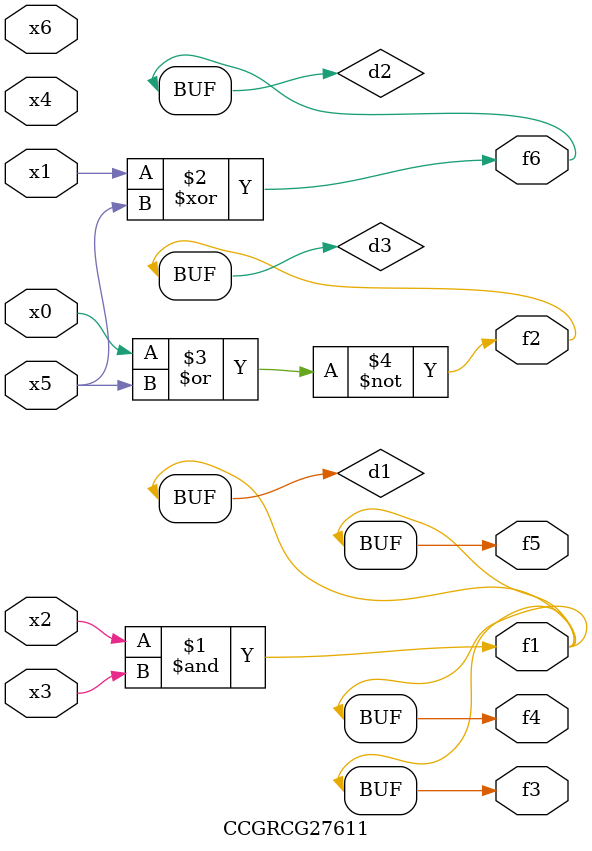
<source format=v>
module CCGRCG27611(
	input x0, x1, x2, x3, x4, x5, x6,
	output f1, f2, f3, f4, f5, f6
);

	wire d1, d2, d3;

	and (d1, x2, x3);
	xor (d2, x1, x5);
	nor (d3, x0, x5);
	assign f1 = d1;
	assign f2 = d3;
	assign f3 = d1;
	assign f4 = d1;
	assign f5 = d1;
	assign f6 = d2;
endmodule

</source>
